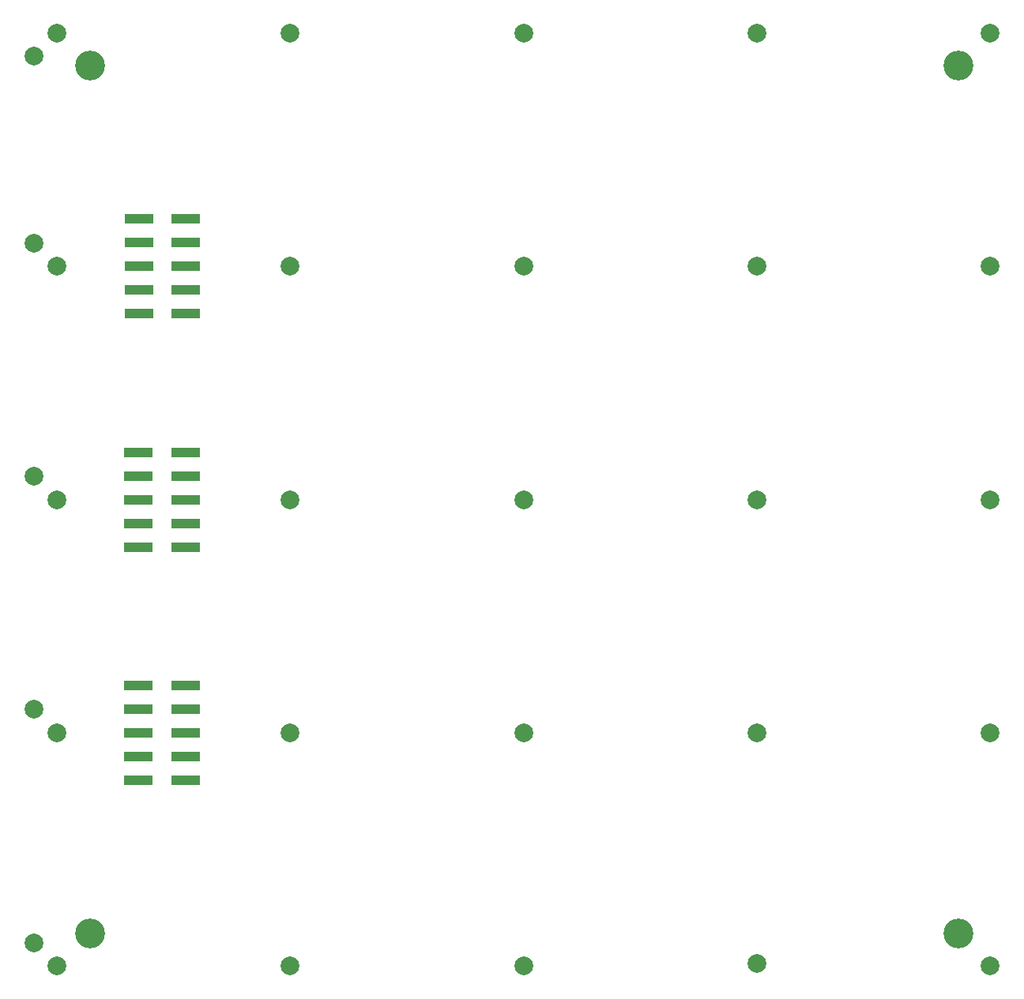
<source format=gbr>
%TF.GenerationSoftware,KiCad,Pcbnew,(5.1.10)-1*%
%TF.CreationDate,2021-09-12T14:26:05+02:00*%
%TF.ProjectId,LED_Cube_5X5X5_PCB2,4c45445f-4375-4626-955f-35583558355f,rev?*%
%TF.SameCoordinates,Original*%
%TF.FileFunction,Soldermask,Bot*%
%TF.FilePolarity,Negative*%
%FSLAX46Y46*%
G04 Gerber Fmt 4.6, Leading zero omitted, Abs format (unit mm)*
G04 Created by KiCad (PCBNEW (5.1.10)-1) date 2021-09-12 14:26:05*
%MOMM*%
%LPD*%
G01*
G04 APERTURE LIST*
%ADD10C,2.000000*%
%ADD11R,3.150000X1.000000*%
%ADD12C,3.200000*%
G04 APERTURE END LIST*
D10*
%TO.C,J1*%
X99250000Y-43000000D03*
%TD*%
%TO.C,J2*%
X124250000Y-43000000D03*
%TD*%
%TO.C,J3*%
X149250000Y-43000000D03*
%TD*%
%TO.C,J4*%
X174250000Y-43000000D03*
%TD*%
%TO.C,J5*%
X199250000Y-43000000D03*
%TD*%
%TO.C,J6*%
X99250000Y-68000000D03*
%TD*%
%TO.C,J7*%
X124250000Y-68000000D03*
%TD*%
%TO.C,J8*%
X149250000Y-68000000D03*
%TD*%
%TO.C,J9*%
X174250000Y-68000000D03*
%TD*%
%TO.C,J10*%
X199250000Y-68000000D03*
%TD*%
%TO.C,J11*%
X99250000Y-93000000D03*
%TD*%
%TO.C,J12*%
X124250000Y-93000000D03*
%TD*%
%TO.C,J13*%
X149250000Y-93000000D03*
%TD*%
%TO.C,J14*%
X174250000Y-93000000D03*
%TD*%
%TO.C,J15*%
X199250000Y-93000000D03*
%TD*%
%TO.C,J16*%
X99250000Y-118000000D03*
%TD*%
%TO.C,J17*%
X124250000Y-118000000D03*
%TD*%
%TO.C,J18*%
X149250000Y-118000000D03*
%TD*%
%TO.C,J19*%
X174250000Y-118000000D03*
%TD*%
%TO.C,J20*%
X199250000Y-118000000D03*
%TD*%
%TO.C,J21*%
X99250000Y-143000000D03*
%TD*%
%TO.C,J22*%
X124250000Y-143000000D03*
%TD*%
%TO.C,J23*%
X149250000Y-143000000D03*
%TD*%
%TO.C,J24*%
X174250000Y-142750000D03*
%TD*%
%TO.C,J25*%
X199250000Y-143000000D03*
%TD*%
%TO.C,J26*%
X96750000Y-45500000D03*
%TD*%
%TO.C,J27*%
X96750000Y-65500000D03*
%TD*%
%TO.C,J28*%
X96750000Y-90500000D03*
%TD*%
%TO.C,J29*%
X96750000Y-115500000D03*
%TD*%
%TO.C,J30*%
X96750000Y-140500000D03*
%TD*%
D11*
%TO.C,J31*%
X108025000Y-73080000D03*
X113075000Y-73080000D03*
X108025000Y-70540000D03*
X113075000Y-70540000D03*
X108025000Y-68000000D03*
X113075000Y-68000000D03*
X108025000Y-65460000D03*
X113075000Y-65460000D03*
X108025000Y-62920000D03*
X113075000Y-62920000D03*
%TD*%
%TO.C,J32*%
X113025000Y-87920000D03*
X107975000Y-87920000D03*
X113025000Y-90460000D03*
X107975000Y-90460000D03*
X113025000Y-93000000D03*
X107975000Y-93000000D03*
X113025000Y-95540000D03*
X107975000Y-95540000D03*
X113025000Y-98080000D03*
X107975000Y-98080000D03*
%TD*%
%TO.C,J33*%
X107975000Y-123080000D03*
X113025000Y-123080000D03*
X107975000Y-120540000D03*
X113025000Y-120540000D03*
X107975000Y-118000000D03*
X113025000Y-118000000D03*
X107975000Y-115460000D03*
X113025000Y-115460000D03*
X107975000Y-112920000D03*
X113025000Y-112920000D03*
%TD*%
D12*
%TO.C,H1*%
X102800000Y-46500000D03*
%TD*%
%TO.C,H2*%
X195800000Y-46500000D03*
%TD*%
%TO.C,H3*%
X195800000Y-139500000D03*
%TD*%
%TO.C,H4*%
X102800000Y-139500000D03*
%TD*%
M02*

</source>
